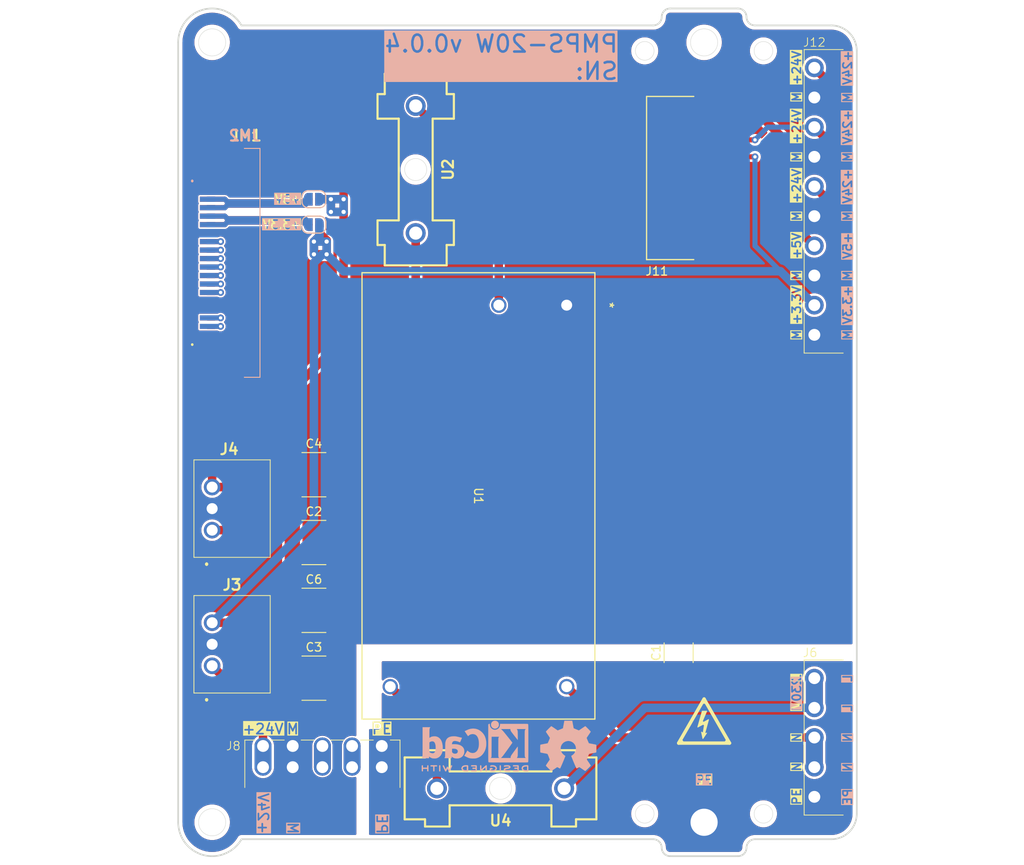
<source format=kicad_pcb>
(kicad_pcb (version 20241229) (generator "pcbnew") (generator_version "9.0")
  (title_block (title "${article} v${version}"))
  (layers (0 "F.Cu" signal) (2 "B.Cu" signal) (13 "F.Paste" user) (15 "B.Paste" user) (5 "F.SilkS" user "F.Silkscreen") (7 "B.SilkS" user "B.Silkscreen") (1 "F.Mask" user) (3 "B.Mask" user) (25 "Edge.Cuts" user))
  (property "article" "PMPS-20W")
  (property "version" "0.0.4")
  (net 0 "")
  (net 1 "Net-(U1-V+)")
  (net 2 "+5V")
  (net 3 "PE")
  (net 4 "230V")
  (net 5 "N")
  (net 6 "+24V")
  (net 7 "+3V3")
  (net 8 "GND_MCU")
  (net 9 "/SCL_MCU")
  (net 10 "/CS0_MCU")
  (net 11 "/SDA_MCU")
  (net 12 "/MOSI_MCU")
  (net 13 "/SCK_MCU")
  (net 14 "/CS1_MCU")
  (net 15 "/MISO_MCU")
  (net 16 "/CS3_MCU")
  (net 17 "/CS2_MCU")
  (net 18 "+5V-front")
  (net 19 "+5V-back")
  (net 20 "+3V3-front")
  (net 21 "+3V3-back")
  (net 22 "/B")
  (net 23 "/A")
  (net 31 "Net-(U1-AC{slash}L)")
  (footprint "kicad_inventree_lib:K7805-2000R3" (layer "F.Cu") (at 38.93 127.87 90)
    (property "Reference" "J3" (at 9.54 2.35 0) (layer "F.SilkS") (effects (font (size 1.27 1.27) (thickness 0.254))))
    (property "Value" "K7803-2000R3" (hide yes))
    (pad "1" thru_hole circle (at 0 0 90) (size 1.95 1.95) (drill 1.3) (layers "*.Cu" "*.Mask") (net 6 "+24V"))
    (pad "2" thru_hole circle (at 2.54 0 90) (size 1.95 1.95) (drill 1.3) (layers "*.Cu" "*.Mask") (net 8 "GND_MCU"))
    (pad "3" thru_hole circle (at 5.08 0 90) (size 1.95 1.95) (drill 1.3) (layers "*.Cu" "*.Mask") (net 7 "+3V3"))
  )
  (footprint "kicad_inventree_lib:SolderJumper-2_P1.3mm_Open_RoundedPad1.0x1.5mm" (layer "F.Cu") (at 50.93 75.83)
    (property "Reference" "JP3" (hide yes))
    (property "Value" "SolderJumper_2_Open")
    (pad "1" smd custom (at -0.65 0) (size 1 0.5) (layers "F.Cu" "F.Mask") (net 20 "+3V3-front") (options (clearance outline) (anchor rect)) (primitives (gr_circle (center 0 0.25) (end 0.5 0.25) (width 0) (fill yes)) (gr_circle (center 0 -0.25) (end 0.5 -0.25) (width 0) (fill yes)) (gr_poly (pts (xy 0.5 0.75) (xy 0 0.75) (xy 0 -0.75) (xy 0.5 -0.75)) (width 0) (fill yes))))
    (pad "2" smd custom (at 0.65 0) (size 1 0.5) (layers "F.Cu" "F.Mask") (net 7 "+3V3") (options (clearance outline) (anchor rect)) (primitives (gr_circle (center 0 0.25) (end 0.5 0.25) (width 0) (fill yes)) (gr_circle (center 0 -0.25) (end 0.5 -0.25) (width 0) (fill yes)) (gr_poly (pts (xy 0 0.75) (xy -0.5 0.75) (xy -0.5 -0.75) (xy 0 -0.75)) (width 0) (fill yes))))
  )
  (footprint "kicad_inventree_lib:SolderJumper-2_P1.3mm_Open_RoundedPad1.0x1.5mm" (layer "F.Cu") (at 50.93 72.83)
    (property "Reference" "JP1" (hide yes))
    (property "Value" "SolderJumper_2_Open")
    (pad "1" smd custom (at -0.65 0) (size 1 0.5) (layers "F.Cu" "F.Mask") (net 18 "+5V-front") (options (clearance outline) (anchor rect)) (primitives (gr_circle (center 0 0.25) (end 0.5 0.25) (width 0) (fill yes)) (gr_circle (center 0 -0.25) (end 0.5 -0.25) (width 0) (fill yes)) (gr_poly (pts (xy 0.5 0.75) (xy 0 0.75) (xy 0 -0.75) (xy 0.5 -0.75)) (width 0) (fill yes))))
    (pad "2" smd custom (at 0.65 0) (size 1 0.5) (layers "F.Cu" "F.Mask") (net 2 "+5V") (options (clearance outline) (anchor rect)) (primitives (gr_circle (center 0 0.25) (end 0.5 0.25) (width 0) (fill yes)) (gr_circle (center 0 -0.25) (end 0.5 -0.25) (width 0) (fill yes)) (gr_poly (pts (xy 0 0.75) (xy -0.5 0.75) (xy -0.5 -0.75) (xy 0 -0.75)) (width 0) (fill yes))))
  )
  (footprint "kicad_inventree_lib:15EDGRC-3.5-10P" (layer "F.Cu") (at 109.93 88.83 90)
    (property "Reference" "J12" (at 34.5 0 0) (layer "F.SilkS") (effects (font (thickness 0.1))))
    (property "Value" "15EDGRC-3.5-10P")
    (pad "1" thru_hole circle (at 0 0 90) (size 2.2 2.2) (drill 1.4) (layers "*.Cu" "*.Mask") (net 8 "GND_MCU"))
    (pad "2" thru_hole circle (at 3.5 0 90) (size 2.2 2.2) (drill 1.4) (layers "*.Cu" "*.Mask") (net 7 "+3V3"))
    (pad "3" thru_hole circle (at 7 0 90) (size 2.2 2.2) (drill 1.4) (layers "*.Cu" "*.Mask") (net 8 "GND_MCU"))
    (pad "4" thru_hole circle (at 10.5 0 90) (size 2.2 2.2) (drill 1.4) (layers "*.Cu" "*.Mask") (net 2 "+5V"))
    (pad "5" thru_hole circle (at 14 0 90) (size 2.2 2.2) (drill 1.4) (layers "*.Cu" "*.Mask") (net 8 "GND_MCU"))
    (pad "6" thru_hole circle (at 17.5 0 90) (size 2.2 2.2) (drill 1.4) (layers "*.Cu" "*.Mask") (net 6 "+24V"))
    (pad "7" thru_hole circle (at 21 0 90) (size 2.2 2.2) (drill 1.4) (layers "*.Cu" "*.Mask") (net 8 "GND_MCU"))
    (pad "8" thru_hole circle (at 24.5 0 90) (size 2.2 2.2) (drill 1.4) (layers "*.Cu" "*.Mask") (net 6 "+24V"))
    (pad "9" thru_hole circle (at 28 0 90) (size 2.2 2.2) (drill 1.4) (layers "*.Cu" "*.Mask") (net 8 "GND_MCU"))
    (pad "10" thru_hole circle (at 31.5 0 90) (size 2.2 2.2) (drill 1.4) (layers "*.Cu" "*.Mask") (net 6 "+24V"))
  )
  (footprint "kicad_inventree_lib:IRM-20-24_MWU" (layer "F.Cu") (at 80.729999 85.329988 -90)
    (property "Reference" "U1" (at 22.500006 10.401698 270) (layer "F.SilkS"))
    (property "Value" "IRM-20-24")
    (fp_text user "*" (at 0 -5 270) (layer "F.SilkS"))
    (pad "1" thru_hole circle (at 0 0 270) (size 1.8034 1.8034) (drill 1.2954) (layers "*.Cu" "*.Mask") (net 8 "GND_MCU"))
    (pad "2" thru_hole circle (at 0 7.999999 270) (size 1.8034 1.8034) (drill 1.2954) (layers "*.Cu" "*.Mask") (net 1 "Net-(U1-V+)"))
    (pad "3" thru_hole circle (at 45.000012 20.799999 270) (size 1.8034 1.8034) (drill 1.2954) (layers "*.Cu" "*.Mask") (net 31 "Net-(U1-AC{slash}L)"))
    (pad "4" thru_hole circle (at 45.000012 0 270) (size 1.8034 1.8034) (drill 1.2954) (layers "*.Cu" "*.Mask") (net 5 "N"))
  )
  (footprint "Capacitor_SMD:C_2220_5750Metric" (layer "F.Cu") (at 50.93 129.33)
    (property "Reference" "C3" (at 0 -3.65 0) (layer "F.SilkS"))
    (property "Value" "22uF")
    (pad "1" smd roundrect (at -2.55 0) (size 1.8 5.4) (layers "F.Cu" "F.Mask" "F.Paste") (roundrect_rratio 0.138889) (net 6 "+24V"))
    (pad "2" smd roundrect (at 2.55 0) (size 1.8 5.4) (layers "F.Cu" "F.Mask" "F.Paste") (roundrect_rratio 0.138889) (net 8 "GND_MCU"))
  )
  (footprint "kicad_inventree_lib:MountingHole_M3" (layer "F.Cu") (at 38.93 54.330001)
    (property "Reference" "H1" (hide yes))
    (property "Value" "MountingHole_M3")
    (fp_circle (center 0 0) (end 1.6 0) (stroke (width 0.05)) (fill no) (layer "Edge.Cuts"))
  )
  (footprint "Capacitor_SMD:C_2220_5750Metric" (layer "F.Cu") (at 50.93 105.33)
    (property "Reference" "C4" (at 0 -3.65 0) (layer "F.SilkS"))
    (property "Value" "22uF")
    (pad "1" smd roundrect (at -2.55 0) (size 1.8 5.4) (layers "F.Cu" "F.Mask" "F.Paste") (roundrect_rratio 0.138889) (net 2 "+5V"))
    (pad "2" smd roundrect (at 2.55 0) (size 1.8 5.4) (layers "F.Cu" "F.Mask" "F.Paste") (roundrect_rratio 0.138889) (net 8 "GND_MCU"))
  )
  (footprint "kicad_inventree_lib:15EDGRC-3.5-05P" (layer "F.Cu") (at 109.93 143.33 90)
    (property "Reference" "J6" (at 17 -0.5 0) (layer "F.SilkS") (effects (font (thickness 0.1))))
    (property "Value" "15EDGRC-3.5-05P")
    (pad "1" thru_hole circle (at 0 0 90) (size 2.2 2.2) (drill 1.4) (layers "*.Cu" "*.Mask") (net 3 "PE"))
    (pad "2" thru_hole circle (at 3.5 0 90) (size 2.2 2.2) (drill 1.4) (layers "*.Cu" "*.Mask") (net 5 "N"))
    (pad "3" thru_hole circle (at 7 0 90) (size 2.2 2.2) (drill 1.4) (layers "*.Cu" "*.Mask") (net 5 "N"))
    (pad "4" thru_hole circle (at 10.5 0 90) (size 2.2 2.2) (drill 1.4) (layers "*.Cu" "*.Mask") (net 4 "230V"))
    (pad "5" thru_hole circle (at 14 0 90) (size 2.2 2.2) (drill 1.4) (layers "*.Cu" "*.Mask") (net 4 "230V"))
  )
  (footprint "Capacitor_SMD:C_1812_4532Metric_Pad1.57x3.40mm_HandSolder" (layer "F.Cu") (at 93.93 126.33 90)
    (property "Reference" "C1" (at 0 -2.65 90) (layer "F.SilkS"))
    (property "Value" "4.7nF 2kV")
    (pad "1" smd roundrect (at -2.1375 0 90) (size 1.575 3.4) (layers "F.Cu" "F.Mask" "F.Paste") (roundrect_rratio 0.15873) (net 3 "PE"))
    (pad "2" smd roundrect (at 2.1375 0 90) (size 1.575 3.4) (layers "F.Cu" "F.Mask" "F.Paste") (roundrect_rratio 0.15873) (net 8 "GND_MCU"))
  )
  (footprint "kicad_inventree_lib:MountingHole_M3" (layer "F.Cu") (at 96.93 54.33)
    (property "Reference" "H2" (hide yes))
    (property "Value" "MountingHole_M3")
    (fp_circle (center 0 0) (end 1.6 0) (stroke (width 0.05)) (fill no) (layer "Edge.Cuts"))
  )
  (footprint "kicad_inventree_lib:649-Series-Holder" (layer "F.Cu") (at 72.93 142.33 180)
    (property "Reference" "U4" (at 0 -3.81 180) (layer "F.SilkS") (effects (font (size 1.27 1.27) (thickness 0.254))))
    (property "Value" "64900001039" (hide yes))
    (fp_circle (center 0 0) (end 1.3 0) (stroke (width 0.05)) (fill no) (layer "Edge.Cuts"))
    (pad "1" thru_hole circle (at -7.5 0 180) (size 2.35 2.35) (drill 1.55) (layers "*.Cu" "*.Mask") (net 4 "230V"))
    (pad "2" thru_hole circle (at 7.5 0 180) (size 2.35 2.35) (drill 1.55) (layers "*.Cu" "*.Mask") (net 31 "Net-(U1-AC{slash}L)"))
  )
  (footprint "kicad_inventree_lib:MountingHole_M3" (layer "F.Cu") (at 38.93 146.33)
    (property "Reference" "H3" (hide yes))
    (property "Value" "MountingHole_M3")
    (fp_circle (center 0 0) (end 1.6 0) (stroke (width 0.05)) (fill no) (layer "Edge.Cuts"))
  )
  (footprint "kicad_inventree_lib:15EDGRHC-THR-3.5-10P" (layer "F.Cu") (at 51.93 137.33)
    (property "Reference" "J8" (at -10.5 0 0) (layer "F.SilkS") (effects (font (thickness 0.1))))
    (property "Value" "15EDGRHC-THR-3.5-10P")
    (pad "1" thru_hole circle (at -7 0) (size 2 2) (drill 1.4) (layers "*.Cu" "*.Mask") (net 6 "+24V"))
    (pad "2" thru_hole circle (at -3.5 0) (size 2 2) (drill 1.4) (layers "*.Cu" "*.Mask") (net 8 "GND_MCU"))
    (pad "3" thru_hole circle (at 0 0) (size 2 2) (drill 1.4) (layers "*.Cu" "*.Mask") (net 23 "/A"))
    (pad "4" thru_hole circle (at 3.5 0) (size 2 2) (drill 1.4) (layers "*.Cu" "*.Mask") (net 22 "/B"))
    (pad "5" thru_hole circle (at 7 0) (size 2 2) (drill 1.4) (layers "*.Cu" "*.Mask") (net 3 "PE"))
    (pad "6" thru_hole circle (at -7 2.5) (size 2 2) (drill 1.4) (layers "*.Cu" "*.Mask") (net 6 "+24V"))
    (pad "7" thru_hole circle (at -3.5 2.5) (size 2 2) (drill 1.4) (layers "*.Cu" "*.Mask") (net 8 "GND_MCU"))
    (pad "8" thru_hole circle (at 0 2.5) (size 2 2) (drill 1.4) (layers "*.Cu" "*.Mask") (net 23 "/A"))
    (pad "9" thru_hole circle (at 3.5 2.5) (size 2 2) (drill 1.4) (layers "*.Cu" "*.Mask") (net 22 "/B"))
    (pad "10" thru_hole circle (at 7 2.5) (size 2 2) (drill 1.4) (layers "*.Cu" "*.Mask") (net 3 "PE"))
  )
  (footprint "kicad_inventree_lib:symbol_high_voltage" (layer "F.Cu") (at 96.93 134.33)
    (property "Reference" "REF**" (hide yes))
    (property "Value" "symbol_high_voltage")
  )
  (footprint "kicad_inventree_lib:CONN10_AFA07-S12_JUS" (layer "F.Cu") (at 92.93 70.33 -90)
    (property "Reference" "J11" (at 11 3 0) (layer "F.SilkS") (effects (justify left)))
    (property "Value" "AFA07-S12FCC-00")
    (pad "1" smd rect (at -5.499992 -3.556 270) (size 0.635 1.8034) (layers "F.Cu" "F.Mask" "F.Paste") (net 8 "GND_MCU"))
    (pad "2" smd rect (at -4.499994 -3.556 270) (size 0.635 1.8034) (layers "F.Cu" "F.Mask" "F.Paste") (net 6 "+24V"))
    (pad "3" smd rect (at -3.499996 -3.556 270) (size 0.635 1.8034) (layers "F.Cu" "F.Mask" "F.Paste") (net 2 "+5V"))
    (pad "4" smd rect (at -2.499998 -3.556 270) (size 0.635 1.8034) (layers "F.Cu" "F.Mask" "F.Paste") (net 7 "+3V3"))
    (pad "5" smd rect (at -1.5 -3.556 270) (size 0.635 1.8034) (layers "F.Cu" "F.Mask" "F.Paste"))
    (pad "6" smd rect (at -0.5 -3.556 270) (size 0.635 1.8034) (layers "F.Cu" "F.Mask" "F.Paste"))
    (pad "7" smd rect (at 0.5 -3.556 270) (size 0.635 1.8034) (layers "F.Cu" "F.Mask" "F.Paste"))
    (pad "8" smd rect (at 1.5 -3.556 270) (size 0.635 1.8034) (layers "F.Cu" "F.Mask" "F.Paste"))
    (pad "9" smd rect (at 2.499998 -3.556 270) (size 0.635 1.8034) (layers "F.Cu" "F.Mask" "F.Paste"))
    (pad "10" smd rect (at 3.499996 -3.556 270) (size 0.635 1.8034) (layers "F.Cu" "F.Mask" "F.Paste"))
    (pad "11" smd rect (at 4.499994 -3.556 270) (size 0.635 1.8034) (layers "F.Cu" "F.Mask" "F.Paste"))
    (pad "12" smd rect (at 5.499992 -3.556 270) (size 0.635 1.8034) (layers "F.Cu" "F.Mask" "F.Paste") (net 8 "GND_MCU"))
    (pad "13" smd rect (at -7.850003 -1.385999 270) (size 2.5908 2.9972) (layers "F.Cu" "F.Mask" "F.Paste") (net 8 "GND_MCU"))
    (pad "13" smd rect (at 7.850003 -1.385999 270) (size 2.5908 2.9972) (layers "F.Cu" "F.Mask" "F.Paste") (net 8 "GND_MCU"))
  )
  (footprint "Capacitor_SMD:C_2220_5750Metric" (layer "F.Cu") (at 50.93 121.33)
    (property "Reference" "C6" (at 0 -3.65 0) (layer "F.SilkS"))
    (property "Value" "22uF")
    (pad "1" smd roundrect (at -2.55 0) (size 1.8 5.4) (layers "F.Cu" "F.Mask" "F.Paste") (roundrect_rratio 0.138889) (net 7 "+3V3"))
    (pad "2" smd roundrect (at 2.55 0) (size 1.8 5.4) (layers "F.Cu" "F.Mask" "F.Paste") (roundrect_rratio 0.138889) (net 8 "GND_MCU"))
  )
  (footprint "kicad_inventree_lib:AFA07S20FCA00" (layer "F.Cu") (at 41.93 80.33 90)
    (property "Reference" "JM1" (at 15 1 0) (layer "F.SilkS") (effects (font (size 1.27 1.27) (thickness 0.254))))
    (property "Value" "AFA07-S20FCC-00" (hide yes))
    (pad "1" smd rect (at -9.5 -3.546 90) (size 0.6 1.8) (layers "F.Cu" "F.Mask" "F.Paste") (net 8 "GND_MCU"))
    (pad "2" smd rect (at -8.5 -3.546 90) (size 0.6 1.8) (layers "F.Cu" "F.Mask" "F.Paste") (net 8 "GND_MCU"))
    (pad "3" smd rect (at -7.5 -3.546 90) (size 0.6 1.8) (layers "F.Cu" "F.Mask" "F.Paste") (net 9 "/SCL_MCU"))
    (pad "4" smd rect (at -6.5 -3.546 90) (size 0.6 1.8) (layers "F.Cu" "F.Mask" "F.Paste") (net 11 "/SDA_MCU"))
    (pad "5" smd rect (at -5.5 -3.546 90) (size 0.6 1.8) (layers "F.Cu" "F.Mask" "F.Paste") (net 8 "GND_MCU"))
    (pad "6" smd rect (at -4.5 -3.546 90) (size 0.6 1.8) (layers "F.Cu" "F.Mask" "F.Paste") (net 8 "GND_MCU"))
    (pad "7" smd rect (at -3.5 -3.546 90) (size 0.6 1.8) (layers "F.Cu" "F.Mask" "F.Paste") (net 16 "/CS3_MCU"))
    (pad "8" smd rect (at -2.5 -3.546 90) (size 0.6 1.8) (layers "F.Cu" "F.Mask" "F.Paste") (net 17 "/CS2_MCU"))
    (pad "9" smd rect (at -1.5 -3.546 90) (size 0.6 1.8) (layers "F.Cu" "F.Mask" "F.Paste") (net 14 "/CS1_MCU"))
    (pad "10" smd rect (at -0.5 -3.546 90) (size 0.6 1.8) (layers "F.Cu" "F.Mask" "F.Paste") (net 10 "/CS0_MCU"))
    (pad "11" smd rect (at 0.5 -3.546 90) (size 0.6 1.8) (layers "F.Cu" "F.Mask" "F.Paste") (net 13 "/SCK_MCU"))
    (pad "12" smd rect (at 1.5 -3.546 90) (size 0.6 1.8) (layers "F.Cu" "F.Mask" "F.Paste") (net 15 "/MISO_MCU"))
    (pad "13" smd rect (at 2.5 -3.546 90) (size 0.6 1.8) (layers "F.Cu" "F.Mask" "F.Paste") (net 12 "/MOSI_MCU"))
    (pad "14" smd rect (at 3.5 -3.546 90) (size 0.6 1.8) (layers "F.Cu" "F.Mask" "F.Paste") (net 8 "GND_MCU"))
    (pad "15" smd rect (at 4.5 -3.546 90) (size 0.6 1.8) (layers "F.Cu" "F.Mask" "F.Paste") (net 20 "+3V3-front"))
    (pad "16" smd rect (at 5.5 -3.546 90) (size 0.6 1.8) (layers "F.Cu" "F.Mask" "F.Paste") (net 20 "+3V3-front"))
    (pad "17" smd rect (at 6.5 -3.546 90) (size 0.6 1.8) (layers "F.Cu" "F.Mask" "F.Paste") (net 18 "+5V-front"))
    (pad "18" smd rect (at 7.5 -3.546 90) (size 0.6 1.8) (layers "F.Cu" "F.Mask" "F.Paste") (net 18 "+5V-front"))
    (pad "19" smd rect (at 8.5 -3.546 90) (size 0.6 1.8) (layers "F.Cu" "F.Mask" "F.Paste") (net 8 "GND_MCU"))
    (pad "20" smd rect (at 9.5 -3.546 90) (size 0.6 1.8) (layers "F.Cu" "F.Mask" "F.Paste") (net 8 "GND_MCU"))
    (pad "MP1" smd rect (at -11.85 -1.375 90) (size 2.6 3) (layers "F.Cu" "F.Mask" "F.Paste") (net 8 "GND_MCU"))
    (pad "MP2" smd rect (at 11.85 -1.375 90) (size 2.6 3) (layers "F.Cu" "F.Mask" "F.Paste") (net 8 "GND_MCU"))
  )
  (footprint "kicad_inventree_lib:649-Series-Holder" (layer "F.Cu") (at 62.93 69.33 -90)
    (property "Reference" "U2" (at 0 -3.81 90) (layer "F.SilkS") (effects (font (size 1.27 1.27) (thickness 0.254))))
    (property "Value" "64900001039" (hide yes))
    (fp_circle (center 0 0) (end 1.3 0) (stroke (width 0.05)) (fill no) (layer "Edge.Cuts"))
    (pad "1" thru_hole circle (at -7.5 0 270) (size 2.35 2.35) (drill 1.55) (layers "*.Cu" "*.Mask") (net 1 "Net-(U1-V+)"))
    (pad "2" thru_hole circle (at 7.5 0 270) (size 2.35 2.35) (drill 1.55) (layers "*.Cu" "*.Mask") (net 6 "+24V"))
  )
  (footprint "kicad_inventree_lib:PE" (layer "F.Cu") (at 96.93 146.33)
    (property "Reference" "PE1" (hide yes))
    (property "Value" "PE")
    (pad "1" thru_hole oval (at 0 0) (size 6.35 6.35) (drill 3.2) (layers "*.Cu" "*.Mask") (net 3 "PE"))
  )
  (footprint "Capacitor_SMD:C_2220_5750Metric" (layer "F.Cu") (at 50.93 113.33)
    (property "Reference" "C2" (at 0 -3.65 0) (layer "F.SilkS"))
    (property "Value" "22uF")
    (pad "1" smd roundrect (at -2.55 0) (size 1.8 5.4) (layers "F.Cu" "F.Mask" "F.Paste") (roundrect_rratio 0.138889) (net 6 "+24V"))
    (pad "2" smd roundrect (at 2.55 0) (size 1.8 5.4) (layers "F.Cu" "F.Mask" "F.Paste") (roundrect_rratio 0.138889) (net 8 "GND_MCU"))
  )
  (footprint "kicad_inventree_lib:K7805-2000R3" (layer "F.Cu") (at 38.93 111.87 90)
    (property "Reference" "J4" (at 9.54 2 180) (layer "F.SilkS") (effects (font (size 1.27 1.27) (thickness 0.254))))
    (property "Value" "K7805-2000R3" (hide yes))
    (pad "1" thru_hole circle (at 0 0 90) (size 1.95 1.95) (drill 1.3) (layers "*.Cu" "*.Mask") (net 6 "+24V"))
    (pad "2" thru_hole circle (at 2.54 0 90) (size 1.95 1.95) (drill 1.3) (layers "*.Cu" "*.Mask") (net 8 "GND_MCU"))
    (pad "3" thru_hole circle (at 5.08 0 90) (size 1.95 1.95) (drill 1.3) (layers "*.Cu" "*.Mask") (net 2 "+5V"))
  )
  (footprint "kicad_inventree_lib:PM_LED-xx-v0.0.1" (layer "F.Cu") (at 99.93 100.33)
    (property "Reference" "SP1" (hide yes))
    (property "Value" "~")
    (fp_circle (center -10 -45) (end -8.9 -45) (stroke (width 0.05)) (fill no) (layer "Edge.Cuts"))
    (fp_circle (center -10 45) (end -8.9 45) (stroke (width 0.05)) (fill no) (layer "Edge.Cuts"))
    (fp_circle (center 4 -45) (end 5.1 -45) (stroke (width 0.05)) (fill no) (layer "Edge.Cuts"))
    (fp_circle (center 4 45) (end 5.1 45) (stroke (width 0.05)) (fill no) (layer "Edge.Cuts"))
  )
  (footprint "Symbol:KiCad-Logo2_5mm_SilkScreen" (layer "B.Cu") (at 69.93 137.33 180)
    (property "Reference" "kicad_logo" (hide yes))
    (property "Value" "KiCad-Logo2_5mm_SilkScreen" (hide yes))
  )
  (footprint "kicad_inventree_lib:SolderJumper-2_P1.3mm_Open_RoundedPad1.0x1.5mm" (layer "B.Cu") (at 50.93 72.83 180)
    (property "Reference" "JP2" (hide yes))
    (property "Value" "SolderJumper_2_Open")
    (pad "1" smd custom (at -0.65 0 180) (size 1 0.5) (layers "B.Cu" "B.Mask") (net 2 "+5V") (options (clearance outline) (anchor rect)) (primitives (gr_circle (center 0 -0.25) (end 0.5 -0.25) (width 0) (fill yes)) (gr_circle (center 0 0.25) (end 0.5 0.25) (width 0) (fill yes)) (gr_poly (pts (xy 0.5 -0.75) (xy 0 -0.75) (xy 0 0.75) (xy 0.5 0.75)) (width 0) (fill yes))))
    (pad "2" smd custom (at 0.65 0 180) (size 1 0.5) (layers "B.Cu" "B.Mask") (net 19 "+5V-back") (options (clearance outline) (anchor rect)) (primitives (gr_circle (center 0 -0.25) (end 0.5 -0.25) (width 0) (fill yes)) (gr_circle (center 0 0.25) (end 0.5 0.25) (width 0) (fill yes)) (gr_poly (pts (xy 0 -0.75) (xy -0.5 -0.75) (xy -0.5 0.75) (xy 0 0.75)) (width 0) (fill yes))))
  )
  (footprint "kicad_inventree_lib:AFA07S20FCA00" (layer "B.Cu") (at 41.93 80.33 -90)
    (property "Reference" "JM2" (at -15 -0.802 180) (layer "B.SilkS") (effects (font (size 1.27 1.27) (thickness 0.254)) (justify mirror)))
    (property "Value" "AFA07-S20FCC-00" (hide yes))
    (pad "1" smd rect (at -9.5 3.546 270) (size 0.6 1.8) (layers "B.Cu" "B.Mask" "B.Paste") (net 8 "GND_MCU"))
    (pad "2" smd rect (at -8.5 3.546 270) (size 0.6 1.8) (layers "B.Cu" "B.Mask" "B.Paste") (net 8 "GND_MCU"))
    (pad "3" smd rect (at -7.5 3.546 270) (size 0.6 1.8) (layers "B.Cu" "B.Mask" "B.Paste") (net 19 "+5V-back"))
    (pad "4" smd rect (at -6.5 3.546 270) (size 0.6 1.8) (layers "B.Cu" "B.Mask" "B.Paste") (net 19 "+5V-back"))
    (pad "5" smd rect (at -5.5 3.546 270) (size 0.6 1.8) (layers "B.Cu" "B.Mask" "B.Paste") (net 21 "+3V3-back"))
    (pad "6" smd rect (at -4.5 3.546 270) (size 0.6 1.8) (layers "B.Cu" "B.Mask" "B.Paste") (net 21 "+3V3-back"))
    (pad "7" smd rect (at -3.5 3.546 270) (size 0.6 1.8) (layers "B.Cu" "B.Mask" "B.Paste") (net 8 "GND_MCU"))
    (pad "8" smd rect (at -2.5 3.546 270) (size 0.6 1.8) (layers "B.Cu" "B.Mask" "B.Paste") (net 12 "/MOSI_MCU"))
    (pad "9" smd rect (at -1.5 3.546 270) (size 0.6 1.8) (layers "B.Cu" "B.Mask" "B.Paste") (net 15 "/MISO_MCU"))
    (pad "10" smd rect (at -0.5 3.546 270) (size 0.6 1.8) (layers "B.Cu" "B.Mask" "B.Paste") (net 13 "/SCK_MCU"))
    (pad "11" smd rect (at 0.5 3.546 270) (size 0.6 1.8) (layers "B.Cu" "B.Mask" "B.Paste") (net 10 "/CS0_MCU"))
    (pad "12" smd rect (at 1.5 3.546 270) (size 0.6 1.8) (layers "B.Cu" "B.Mask" "B.Paste") (net 14 "/CS1_MCU"))
    (pad "13" smd rect (at 2.5 3.546 270) (size 0.6 1.8) (layers "B.Cu" "B.Mask" "B.Paste") (net 17 "/CS2_MCU"))
    (pad "14" smd rect (at 3.5 3.546 270) (size 0.6 1.8) (layers "B.Cu" "B.Mask" "B.Paste") (net 16 "/CS3_MCU"))
    (pad "15" smd rect (at 4.5 3.546 270) (size 0.6 1.8) (layers "B.Cu" "B.Mask" "B.Paste") (net 8 "GND_MCU"))
    (pad "16" smd rect (at 5.5 3.546 270) (size 0.6 1.8) (layers "B.Cu" "B.Mask" "B.Paste") (net 8 "GND_MCU"))
    (pad "17" smd rect (at 6.5 3.546 270) (size 0.6 1.8) (layers "B.Cu" "B.Mask" "B.Paste") (net 11 "/SDA_MCU"))
    (pad "18" smd rect (at 7.5 3.546 270) (size 0.6 1.8) (layers "B.Cu" "B.Mask" "B.Paste") (net 9 "/SCL_MCU"))
    (pad "19" smd rect (at 8.5 3.546 270) (size 0.6 1.8) (layers "B.Cu" "B.Mask" "B.Paste") (net 8 "GND_MCU"))
    (pad "20" smd rect (at 9.5 3.546 270) (size 0.6 1.8) (layers "B.Cu" "B.Mask" "B.Paste") (net 8 "GND_MCU"))
    (pad "MP1" smd rect (at -11.85 1.375 270) (size 2.6 3) (layers "B.Cu" "B.Mask" "B.Paste") (net 8 "GND_MCU"))
    (pad "MP2" smd rect (at 11.85 1.375 270) (size 2.6 3) (layers "B.Cu" "B.Mask" "B.Paste") (net 8 "GND_MCU"))
  )
  (footprint "Symbol:OSHW-Symbol_6.7x6mm_SilkScreen" (layer "B.Cu") (at 80.93 137.33 180)
    (property "Reference" "oshw_logo" (hide yes))
    (property "Value" "OSHW-Symbol_6.7x6mm_SilkScreen" (hide yes))
  )
  (footprint "kicad_inventree_lib:SolderJumper-2_P1.3mm_Open_RoundedPad1.0x1.5mm" (layer "B.Cu") (at 50.93 75.83 180)
    (property "Reference" "JP4" (hide yes))
    (property "Value" "SolderJumper_2_Open")
    (pad "1" smd custom (at -0.65 0 180) (size 1 0.5) (layers "B.Cu" "B.Mask") (net 7 "+3V3") (options (clearance outline) (anchor rect)) (primitives (gr_circle (center 0 -0.25) (end 0.5 -0.25) (width 0) (fill yes)) (gr_circle (center 0 0.25) (end 0.5 0.25) (width 0) (fill yes)) (gr_poly (pts (xy 0.5 -0.75) (xy 0 -0.75) (xy 0 0.75) (xy 0.5 0.75)) (width 0) (fill yes))))
    (pad "2" smd custom (at 0.65 0 180) (size 1 0.5) (layers "B.Cu" "B.Mask") (net 21 "+3V3-back") (options (clearance outline) (anchor rect)) (primitives (gr_circle (center 0 -0.25) (end 0.5 -0.25) (width 0) (fill yes)) (gr_circle (center 0 0.25) (end 0.5 0.25) (width 0) (fill yes)) (gr_poly (pts (xy 0 -0.75) (xy -0.5 -0.75) (xy -0.5 0.75) (xy 0 0.75)) (width 0) (fill yes))))
  )
  (gr_arc (start 114.93 145.33) (mid 114.05132 147.45132) (end 111.93 148.33) (stroke (width 0.2)) (layer "Edge.Cuts"))
  (gr_arc (start 111.93 52.33) (mid 114.05132 53.20868) (end 114.93 55.33) (stroke (width 0.2)) (layer "Edge.Cuts"))
  (gr_arc (start 92.93 150.33) (mid 92.222893 150.037107) (end 91.93 149.33) (stroke (width 0.2)) (layer "Edge.Cuts"))
  (gr_line (start 102.93 52.33) (end 111.93 52.33) (stroke (width 0.2)) (layer "Edge.Cuts"))
  (gr_line (start 90.93 148.33) (end 42.394101 148.33) (stroke (width 0.2)) (layer "Edge.Cuts"))
  (gr_line (start 42.394101 52.33) (end 90.93 52.33) (stroke (width 0.2)) (layer "Edge.Cuts"))
  (gr_line (start 92.93 150.33) (end 100.93 150.33) (stroke (width 0.2)) (layer "Edge.Cuts"))
  (gr_line (start 34.93 146.33) (end 34.93 54.33) (stroke (width 0.2)) (layer "Edge.Cuts"))
  (gr_arc (start 101.93 149.33) (mid 102.222893 148.622893) (end 102.93 148.33) (stroke (width 0.2)) (layer "Edge.Cuts"))
  (gr_line (start 102.93 148.33) (end 111.93 148.33) (stroke (width 0.2)) (layer "Edge.Cuts"))
  (gr_arc (start 90.93 148.33) (mid 91.637107 148.622893) (end 91.93 149.33) (stroke (width 0.2)) (layer "Edge.Cuts"))
  (gr_line (start 100.93 50.33) (end 92.93 50.33) (stroke (width 0.2)) (layer "Edge.Cuts"))
  (gr_arc (start 101.93 149.33) (mid 101.637107 150.037107) (end 100.93 150.33) (stroke (width 0.2)) (layer "Edge.Cuts"))
  (gr_arc (start 91.93 51.33) (mid 91.637107 52.037107) (end 90.93 52.33) (stroke (width 0.2)) (layer "Edge.Cuts"))
  (gr_arc (start 91.93 51.33) (mid 92.222893 50.622893) (end 92.93 50.33) (stroke (width 0.2)) (layer "Edge.Cuts"))
  (gr_arc (start 42.394101 148.33) (mid 37.894724 150.193703) (end 34.93 146.33) (stroke (width 0.2)) (layer "Edge.Cuts"))
  (gr_arc (start 34.930001 54.33) (mid 37.894724 50.466298) (end 42.394101 52.33) (stroke (width 0.2)) (layer "Edge.Cuts"))
  (gr_arc (start 102.93 52.33) (mid 102.222893 52.037107) (end 101.93 51.33) (stroke (width 0.2)) (layer "Edge.Cuts"))
  (gr_line (start 114.93 55.33) (end 114.93 145.33) (stroke (width 0.2)) (layer "Edge.Cuts"))
  (gr_arc (start 100.93 50.33) (mid 101.637107 50.622893) (end 101.93 51.33) (stroke (width 0.2)) (layer "Edge.Cuts"))
  (gr_text "+24V" (at 44.93 135.33 0) (layer "F.SilkS" knockout) (effects (font (size 1.2 1.2) (thickness 0.2) (bold yes))))
  (gr_text "+5V" (at 108.43 78.33 90) (layer "F.SilkS" knockout) (effects (font (size 1 1) (thickness 0.2) (bold yes)) (justify bottom)))
  (gr_text "M" (at 108.43 67.83 90) (layer "F.SilkS" knockout) (effects (font (size 1 1) (thickness 0.2) (bold yes)) (justify bottom)))
  (gr_text "M" (at 48.43 135.33 0) (layer "F.SilkS" knockout) (effects (font (size 1.2 1.2) (thickness 0.2) (bold yes))))
  (gr_text "M" (at 108.43 60.758572 90) (layer "F.SilkS" knockout) (effects (font (size 1 1) (thickness 0.2) (bold yes)) (justify bottom)))
  (gr_text "N" (at 108.43 136.33 90) (layer "F.SilkS" knockout) (effects (font (size 1 1) (thickness 0.2) (bold yes)) (justify bottom)))
  (gr_text "PE" (at 108.43 143.33 90) (layer "F.SilkS" knockout) (effects (font (size 1 1) (thickness 0.2) (bold yes)) (justify bottom)))
  (gr_text "+3.3V" (at 49.43 75.83 0) (layer "F.SilkS" knockout) (effects (font (size 1 1) (thickness 0.2) (bold yes)) (justify right)))
  (gr_text "+24V" (at 108.43 57.33 90) (layer "F.SilkS" knockout) (effects (font (size 1 1) (thickness 0.2) (bold yes)) (justify bottom)))
  (gr_text "L" (at 108.43 132.83 90) (layer "F.SilkS" knockout) (effects (font (size 1 1) (thickness 0.2) (bold yes)) (justify bottom)))
  (gr_text "M" (at 108.43 74.83 90) (layer "F.SilkS" knockout) (effects (font (size 1 1) (thickness 0.2) (bold yes)) (justify bottom)))
  (gr_text "+24V" (at 108.43 71.258572 90) (layer "F.SilkS" knockout) (effects (font (size 1 1) (thickness 0.2) (bold yes)) (justify bottom)))
  (gr_text "+3.3V" (at 108.43 85.33 90) (layer "F.SilkS" knockout) (effects (font (size 1 1) (thickness 0.2) (bold yes)) (justify bottom)))
  (gr_text "+24V" (at 108.43 64.258572 90) (layer "F.SilkS" knockout) (effects (font (size 1 1) (thickness 0.2) (bold yes)) (justify bottom)))
  (gr_text "+5V" (at 49.43 72.83 0) (layer "F.SilkS" knockout) (effects (font (size 1 1) (thickness 0.2) (bold yes)) (justify right)))
  (gr_text "PE" (at 96.93 141.33 0) (layer "F.SilkS" knockout) (effects (font (size 1 1) (thickness 0.2) (bold yes))))
  (gr_text "M" (at 108.43 88.83 90) (layer "F.SilkS" knockout) (effects (font (size 1 1) (thickness 0.2) (bold yes)) (justify bottom)))
  (gr_text "PE" (at 58.93 135.33 0) (layer "F.SilkS" knockout) (effects (font (size 1.2 1.2) (thickness 0.2) (bold yes))))
  (gr_text "N" (at 108.43 139.782382 90) (layer "F.SilkS" knockout) (effects (font (size 1 1) (thickness 0.2) (bold yes)) (justify bottom)))
  (gr_text "L" (at 108.43 129.33 90) (layer "F.SilkS" knockout) (effects (font (size 1 1) (thickness 0.2) (bold yes)) (justify bottom)))
  (gr_text "M" (at 108.43 81.83 90) (layer "F.SilkS" knockout) (effects (font (size 1 1) (thickness 0.2) (bold yes)) (justify bottom)))
  (gr_text "M" (at 48.43 147.83 270) (layer "B.SilkS" knockout) (effects (font (size 1.2 1.2) (thickness 0.2) (bold yes)) (justify left mirror)))
  (gr_text "M" (at 114.43 74.83 90) (layer "B.SilkS" knockout) (effects (font (size 1 1) (thickness 0.2) (bold yes)) (justify bottom mirror)))
  (gr_text "M" (at 114.43 67.83 90) (layer "B.SilkS" knockout) (effects (font (size 1 1) (thickness 0.2) (bold yes)) (justify bottom mirror)))
  (gr_text "N" (at 114.43 136.33 90) (layer "B.SilkS" knockout) (effects (font (size 1 1) (thickness 0.2) (bold yes)) (justify bottom mirror)))
  (gr_text "${article} v${version}\nSN:" (at 86.93 53.33 0) (layer "B.SilkS" knockout) (effects (font (size 2 2) (thickness 0.3)) (justify left top mirror)))
  (gr_text "+24V" (at 114.43 64.33 90) (layer "B.SilkS" knockout) (effects (font (size 1 1) (thickness 0.2) (bold yes)) (justify bottom mirror)))
  (gr_text "+3.3V" (at 114.43 85.33 90) (layer "B.SilkS" knockout) (effects (font (size 1 1) (thickness 0.2) (bold yes)) (justify bottom mirror)))
  (gr_text "+5V" (at 49.53 72.83 0) (layer "B.SilkS" knockout) (effects (font (size 1 1) (thickness 0.2) (bold yes)) (justify left mirror)))
  (gr_text "PE" (at 58.93 147.83 270) (layer "B.SilkS" knockout) (effects (font (size 1.2 1.2) (thickness 0.2) (bold yes)) (justify left mirror)))
  (gr_text "L" (at 114.43 132.83 90) (layer "B.SilkS" knockout) (effects (font (size 1 1) (thickness 0.2) (bold yes)) (justify bottom mirror)))
  (gr_text "N" (at 114.43 139.83 90) (layer "B.SilkS" knockout) (effects (font (size 1 1) (thickness 0.2) (bold yes)) (justify bottom mirror)))
  (gr_text "PE" (at 96.93 141.33 -0) (layer "B.SilkS" knockout) (effects (font (size 1 1) (thickness 0.2) (bold yes)) (justify mirror)))
  (gr_text "+24V" (at 114.43 71.33 90) (layer "B.SilkS" knockout) (effects (font (size 1 1) (thickness 0.2) (bold yes)) (justify bottom mirror)))
  (gr_text "M" (at 114.43 81.83 90) (layer "B.SilkS" knockout) (effects (font (size 1 1) (thickness 0.2) (bold yes)) (justify bottom mirror)))
  (gr_text "+24V" (at 114.43 57.33 90) (layer "B.SilkS" knockout) (effects (font (size 1 1) (thickness 0.2) (bold yes)) (justify bottom mirror)))
  (gr_text "230V" (at 108.43 131.08 90) (layer "B.SilkS" knockout) (effects (font (size 1 1) (thickness 0.2) (bold yes)) (justify bottom mirror)))
  (gr_text "PE" (at 114.43 143.33 90) (layer "B.SilkS" knockout) (effects (font (size 1 1) (thickness 0.2) (bold yes)) (justify bottom mirror)))
  (gr_text "+24V" (at 44.93 147.83 270) (layer "B.SilkS" knockout) (effects (font (size 1.2 1.2) (thickness 0.2) (bold yes)) (justify left mirror)))
  (gr_text "M" (at 114.43 60.83 90) (layer "B.SilkS" knockout) (effects (font (size 1 1) (thickness 0.2) (bold yes)) (justify bottom mirror)))
  (gr_text "+5V" (at 114.43 78.33 90) (layer "B.SilkS" knockout) (effects (font (size 1 1) (thickness 0.2) (bold yes)) (justify bottom mirror)))
  (gr_text "L" (at 114.43 129.33 90) (layer "B.SilkS" knockout) (effects (font (size 1 1) (thickness 0.2) (bold yes)) (justify bottom mirror)))
  (gr_text "+3.3V" (at 49.53 75.83 0) (layer "B.SilkS" knockout) (effects (font (size 1 1) (thickness 0.2) (bold yes)) (justify left mirror)))
  (gr_text "M" (at 114.43 88.83 90) (layer "B.SilkS" knockout) (effects (font (size 1 1) (thickness 0.2) (bold yes)) (justify bottom mirror)))
  (segment (start 62.93 61.83) (end 72.73 71.63) (width 1) (layer "F.Cu") (net 1))
  (segment (start 72.73 71.63) (end 72.73 85.329988) (width 1) (layer "F.Cu") (net 1))
  (segment (start 54.43 74.33) (end 54.43 72.83) (width 1) (layer "F.Cu") (net 2))
  (segment (start 38.93 106.79) (end 38.93 104.83) (width 1) (layer "F.Cu") (net 2))
  (segment (start 54.43 64.83) (end 59.93 59.33) (width 1) (layer "F.Cu") (net 2))
  (segment (start 38.93 104.83) (end 54.43 89.33) (width 1) (layer "F.Cu") (net 2))
  (segment (start 54.43 72.83) (end 54.43 64.83) (width 1) (layer "F.Cu") (net 2))
  (segment (start 103.429996 66.830004) (end 105.43 64.83) (width 0.6) (layer "F.Cu") (net 2))
  (segment (start 39.93 106.79) (end 46.92 106.79) (width 1) (layer "F.Cu") (net 2))
  (segment (start 54.43 89.33) (end 54.43 74.33) (width 1) (layer "F.Cu") (net 2))
  (segment (start 96.486 66.830004) (end 103.429996 66.830004) (width 0.6) (layer "F.Cu") (net 2))
  (segment (start 59.93 59.33) (end 99.93 59.33) (width 1) (layer "F.Cu") (net 2))
  (segment (start 105.43 64.83) (end 106.93 66.33) (width 1) (layer "F.Cu") (net 2))
  (segment (start 54.43 74.33) (end 52.93 74.33) (width 1) (layer "F.Cu") (net 2))
  (segment (start 46.92 106.79) (end 48.38 105.33) (width 1) (layer "F.Cu") (net 2))
  (segment (start 99.93 59.33) (end 105.43 64.83) (width 1) (layer "F.Cu") (net 2))
  (segment (start 106.93 66.33) (end 106.93 75.33) (width 1) (layer "F.Cu") (net 2))
  (segment (start 106.93 75.33) (end 109.93 78.33) (width 1) (layer "F.Cu") (net 2))
  (segment (start 52.93 72.83) (end 54.43 72.83) (width 1) (layer "F.Cu") (net 2))
  (segment (start 52.93 72.83) (end 51.586 72.83) (width 1) (layer "F.Cu") (net 2))
  (segment (start 52.93 72.83) (end 52.93 74.33) (width 1) (layer "F.Cu") (net 2))
  (segment (start 38.93 106.79) (end 39.93 106.79) (width 1) (layer "F.Cu") (net 2))
  (via (at 52.93 74.33) (size 1) (drill 0.5) (layers "F.Cu" "B.Cu") (net 2))
  (via (at 52.93 72.83) (size 1) (drill 0.5) (layers "F.Cu" "B.Cu") (net 2))
  (via (at 54.43 74.33) (size 1) (drill 0.5) (layers "F.Cu" "B.Cu") (net 2))
  (via (at 54.43 72.83) (size 1) (drill 0.5) (layers "F.Cu" "B.Cu") (net 2))
  (segment (start 52.93 72.83) (end 52.93 74.33) (width 1) (layer "B.Cu") (net 2))
  (segment (start 54.43 72.83) (end 51.586 72.83) (width 1) (layer "B.Cu") (net 2))
  (segment (start 52.93 74.33) (end 54.43 74.33) (width 1) (layer "B.Cu") (net 2))
  (segment (start 54.43 74.33) (end 54.43 72.83) (width 1) (layer "B.Cu") (net 2))
  (segment (start 109.93 129.33) (end 109.93 132.83) (width 2) (layer "F.Cu") (net 4))
  (segment (start 109.93 129.33) (end 109.93 132.83) (width 2) (layer "B.Cu") (net 4))
  (segment (start 80.43 142.33) (end 89.93 132.83) (width 1) (layer "B.Cu") (net 4))
  (segment (start 89.93 132.83) (end 109.93 132.83) (width 1) (layer "B.Cu") (net 4))
  (segment (start 80.729999 130.33) (end 86.729999 136.33) (width 1) (layer "F.Cu") (net 5))
  (segment (start 109.93 136.33) (end 109.93 139.83) (width 2) (layer "F.Cu") (net 5))
  (segment (start 86.729999 136.33) (end 109.93 136.33) (width 1) (layer "F.Cu") (net 5))
  (segment (start 109.93 136.33) (end 109.93 139.83) (width 2) (layer "B.Cu") (net 5))
  (segment (start 50.93 126.78) (end 48.38 129.33) (width 1) (layer "F.Cu") (net 6))
  (segment (start 48.38 113.33) (end 46.92 111.87) (width 1) (layer "F.Cu") (net 6))
  (segment (start 52.38 117.33) (end 48.38 113.33) (width 1) (layer "F.Cu") (net 6))
  (segment (start 46.92 111.87) (end 38.93 111.87) (width 1) (layer "F.Cu") (net 6))
  (segment (start 44.93 132.78) (end 48.38 129.33) (width 1) (layer "F.Cu") (net 6))
  (segment (start 101.429992 65.830006) (end 96.486 65.830006) (width 0.6) (layer "F.Cu") (net 6))
  (segment (start 44.93 137.33) (end 44.93 139.83) (width 2) (layer "F.Cu") (net 6))
  (segment (start 62.572344 108.972344) (end 54.214688 117.33) (width 1) (layer "F.Cu") (net 6))
  (segment (start 112.93 90.33) (end 112.93 74.33) (width 1) (layer "F.Cu") (net 6))
  (segment (start 108.93 94.33) (end 112.93 90.33) (width 1) (layer "F.Cu") (net 6))
  (segment (start 43.84 132.78) (end 38.93 127.87) (width 1) (layer "F.Cu") (net 6))
  (segment (start 62.93 76.83) (end 62.93 108.614688) (width 1) (layer "F.Cu") (net 6))
  (segment (start 44.93 137.33) (end 44.93 132.78) (width 1) (layer "F.Cu") (net 6))
  (segment (start 62.93 76.83) (end 62.93 94.33) (width 1) (layer "F.Cu") (net 6))
  (segment (start 44.93 132.78) (end 43.84 132.78) (width 1) (layer "F.Cu") (net 6))
  (segment (start 102.93 65.830004) (end 101.429994 65.830004) (width 0.6) (layer "F.Cu") (net 6))
  (segment (start 112.93 67.33) (end 112.93 74.33) (width 1) (layer "F.Cu") (net 6))
  (segment (start 109.93 57.33) (end 112.93 60.33) (width 1) (layer "F.Cu") (net 6))
  (segment (start 50.93 118.78) (end 50.93 126.78) (width 1) (layer "F.Cu") (net 6))
  (segment (start 109.93 64.33) (end 112.93 67.33) (width 1) (layer "F.Cu") (net 6))
  (segment (start 112.93 60.33) (end 112.93 67.33) (width 1) (layer "F.Cu") (net 6))
  (segment (start 62.93 108.614688) (end 62.572344 108.972344) (width 1) (layer "F.Cu") (net 6))
  (segment (start 101.429994 65.830004) (end 101.429992 65.830006) (width 0.6) (layer "F.Cu") (net 6))
  (segment (start 112.93 74.33) (end 109.93 71.33) (width 1) (layer "F.Cu") (net 6))
  (segment (start 52.38 117.33) (end 50.93 118.78) (width 1) (layer "F.Cu") (net 6))
  (segment (start 54.214688 117.33) (end 52.38 117.33) (width 1) (layer "F.Cu") (net 6))
  (segment (start 62.93 94.33) (end 108.93 94.33) (width 1) (layer "F.Cu") (net 6))
  (via (at 102.93 65.830004) (size 0.8) (drill 0.4) (layers "F.Cu" "B.Cu") (net 6))
  (segment (start 104.430004 64.33) (end 109.93 64.33) (width 0.6) (layer "B.Cu") (net 6))
  (segment (start 102.93 65.830004) (end 104.430004 64.33) (width 0.6) (layer "B.Cu") (net 6))
  (segment (start 44.93 137.33) (end 44.93 139.83) (width 2) (layer "B.Cu") (net 6))
  (segment (start 102.93 67.830004) (end 102.929998 67.830002) (width 0.6) (layer "F.Cu") (net 7))
  (segment (start 50.93 79.33) (end 52.43 79.33) (width 1) (layer "F.Cu") (net 7))
  (segment (start 51.586 77.174) (end 50.93 77.83) (width 1) (layer "F.Cu") (net 7))
  (segment (start 52.43 77.83) (end 52.43 79.33) (width 1) (layer "F.Cu") (net 7))
  (segment (start 50.93 79.33) (end 50.93 77.83) (width 1) (layer "F.Cu") (net 7))
  (segment (start 46.92 122.79) (end 38.93 122.79) (width 1) (layer "F.Cu") (net 7))
  (segment (start 52.43 77.674) (end 51.586 76.83) (width 1) (layer "F.Cu") (net 7))
  (segment (start 102.929998 67.830002) (end 96.486 67.830002) (width 0.6) (layer "F.Cu") (net 7))
  (segment (start 48.38 121.33) (end 46.92 122.79) (width 1) (layer "F.Cu") (net 7))
  (segment (start 52.43 77.83) (end 52.43 77.674) (width 1) (layer "F.Cu") (net 7))
  (segment (start 51.586 76.83) (end 51.586 77.174) (width 1) (layer "F.Cu") (net 7))
  (via (at 50.93 77.83) (size 1) (drill 0.5) (layers "F.Cu" "B.Cu") (net 7))
  (via (at 52.43 77.83) (size 1) (drill 0.5) (layers "F.Cu" "B.Cu") (net 7))
  (via (at 52.43 79.33) (size 1) (drill 0.5) (layers "F.Cu" "B.Cu") (net 7))
  (via (at 50.93 79.33) (size 1) (drill 0.5) (layers "F.Cu" "B.Cu") (net 7))
  (via (at 102.93 67.830004) (size 0.8) (drill 0.4) (layers "F.Cu" "B.Cu") (net 7))
  (segment (start 51.93 79.33) (end 51.43 79.83) (width 1) (layer "B.Cu") (net 7))
  (segment (start 102.93 67.830004) (end 102.93 78.33) (width 0.6) (layer "B.Cu") (net 7))
  (segment (start 50.93 77.83) (end 50.93 79.33) (width 1) (layer "B.Cu") (net 7))
  (segment (start 50.93 77.83) (end 51.586 77.174) (width 1) (layer "B.Cu") (net 7))
  (segment (start 52.43 79.33) (end 51.93 79.33) (width 1) (layer "B.Cu") (net 7))
  (segment (start 51.43 79.83) (end 50.93 79.33) (width 1) (layer "B.Cu") (net 7))
  (segment (start 105.93 81.33) (end 109.93 85.33) (width 1) (layer "B.Cu") (net 7))
  (segment (start 52.43 79.33) (end 54.43 81.33) (width 1) (layer "B.Cu") (net 7))
  (segment (start 54.43 81.33) (end 105.93 81.33) (width 1) (layer "B.Cu") (net 7))
  (segment (start 52.43 77.83) (end 52.43 79.33) (width 1) (layer "B.Cu") (net 7))
  (segment (start 50.93 110.79) (end 50.93 80.33) (width 1) (layer "B.Cu") (net 7))
  (segment (start 51.586 77.174) (end 51.586 75.83) (width 1) (layer "B.Cu") (net 7))
  (segment (start 38.93 122.79) (end 50.93 110.79) (width 1) (layer "B.Cu") (net 7))
  (segment (start 50.93 80.33) (end 51.43 79.83) (width 1) (layer "B.Cu") (net 7))
  (segment (start 102.93 78.33) (end 105.93 81.33) (width 0.6) (layer "B.Cu") (net 7))
  (segment (start 50.93 77.83) (end 52.43 77.83) (width 1) (layer "B.Cu") (net 7))
  (segment (start 48.43 137.33) (end 48.43 139.83) (width 2) (layer "F.Cu") (net 8))
  (segment (start 48.43 137.33) (end 48.43 139.83) (width 2) (layer "B.Cu") (net 8))
  (segment (start 38.384 87.83) (end 39.93 87.83) (width 0.6) (layer "F.Cu") (net 9))
  (via (at 39.93 87.83) (size 0.8) (drill 0.4) (layers "F.Cu" "B.Cu") (net 9))
  (segment (start 39.93 87.83) (end 38.384 87.83) (width 0.6) (layer "B.Cu") (net 9))
  (segment (start 38.384 80.83) (end 39.93 80.83) (width 0.6) (layer "F.Cu") (net 10))
  (via (at 39.93 80.83) (size 0.8) (drill 0.4) (layers "F.Cu" "B.Cu") (net 10))
  (segment (start 39.93 80.83) (end 38.384 80.83) (width 0.6) (layer "B.Cu") (net 10))
  (segment (start 38.384 86.83) (end 39.93 86.83) (width 0.6) (layer "F.Cu") (net 11))
  (via (at 39.93 86.83) (size 0.8) (drill 0.4) (layers "F.Cu" "B.Cu") (net 11))
  (segment (start 39.93 86.83) (end 38.384 86.83) (width 0.6) (layer "B.Cu") (net 11))
  (segment (start 38.384 77.83) (end 39.93 77.83) (width 0.6) (layer "F.Cu") (net 12))
  (via (at 39.93 77.83) (size 0.8) (drill 0.4) (layers "F.Cu" "B.Cu") (net 12))
  (segment (start 39.93 77.83) (end 38.384 77.83) (width 0.6) (layer "B.Cu") (net 12))
  (segment (start 38.384 79.83) (end 39.93 79.83) (width 0.6) (layer "F.Cu") (net 13))
  (via (at 39.93 79.83) (size 0.8) (drill 0.4) (layers "F.Cu" "B.Cu") (net 13))
  (segment (start 39.93 79.83) (end 38.384 79.83) (width 0.6) (layer "B.Cu") (net 13))
  (segment (start 38.384 81.83) (end 39.93 81.83) (width 0.6) (layer "F.Cu") (net 14))
  (via (at 39.93 81.83) (size 0.8) (drill 0.4) (layers "F.Cu" "B.Cu") (net 14))
  (segment (start 39.93 81.83) (end 38.384 81.83) (width 0.6) (layer "B.Cu") (net 14))
  (segment (start 38.384 78.83) (end 39.93 78.83) (width 0.6) (layer "F.Cu") (net 15))
  (via (at 39.93 78.83) (size 0.8) (drill 0.4) (layers "F.Cu" "B.Cu") (net 15))
  (segment (start 39.93 78.83) (end 38.384 78.83) (width 0.6) (layer "B.Cu") (net 15))
  (segment (start 38.384 83.83) (end 39.93 83.83) (width 0.6) (layer "F.Cu") (net 16))
  (via (at 39.93 83.83) (size 0.8) (drill 0.4) (layers "F.Cu" "B.Cu") (net 16))
  (segment (start 39.93 83.83) (end 38.384 83.83) (width 0.6) (layer "B.Cu") (net 16))
  (segment (start 38.384 82.83) (end 39.93 82.83) (width 0.6) (layer "F.Cu") (net 17))
  (via (at 39.93 82.83) (size 0.8) (drill 0.4) (layers "F.Cu" "B.Cu") (net 17))
  (segment (start 39.93 82.83) (end 38.384 82.83) (width 0.6) (layer "B.Cu") (net 17))
  (segment (start 50.274 72.836) (end 50.274 72.83) (width 1) (layer "F.Cu") (net 18))
  (segment (start 40.93 73.33) (end 49.78 73.33) (width 1) (layer "F.Cu") (net 18))
  (segment (start 38.384 72.83) (end 40.43 72.83) (width 0.6) (layer "F.Cu") (net 18))
  (segment (start 40.43 73.83) (end 40.93 73.33) (width 0.6) (layer "F.Cu") (net 18))
  (segment (start 40.43 72.83) (end 40.93 73.33) (width 0.6) (layer "F.Cu") (net 18))
  (segment (start 49.78 73.33) (end 50.274 72.836) (width 1) (layer "F.Cu") (net 18))
  (segment (start 38.384 73.83) (end 40.43 73.83) (width 0.6) (layer "F.Cu") (net 18))
  (segment (start 38.384 72.83) (end 40.43 72.83) (width 0.6) (layer "B.Cu") (net 19))
  (segment (start 40.43 73.83) (end 40.93 73.33) (width 0.6) (layer "B.Cu") (net 19))
  (segment (start 40.43 72.83) (end 40.93 73.33) (width 0.6) (layer "B.Cu") (net 19))
  (segment (start 50.174 72.936) (end 50.174 72.83) (width 1) (layer "B.Cu") (net 19))
  (segment (start 40.93 73.33) (end 49.78 73.33) (width 1) (layer "B.Cu") (net 19))
  (segment (start 38.384 73.83) (end 40.43 73.83) (width 0.6) (layer "B.Cu") (net 19))
  (segment (start 49.78 73.33) (end 50.174 72.936) (width 1) (layer "B.Cu") (net 19))
  (segment (start 38.384 75.83) (end 40.43 75.83) (width 0.6) (layer "F.Cu") (net 20))
  (segment (start 38.384 74.83) (end 40.43 74.83) (width 0.6) (layer "F.Cu") (net 20))
  (segment (start 40.93 75.33) (end 49.78 75.33) (width 1) (layer "F.Cu") (net 20))
  (segment (start 40.43 74.83) (end 40.93 75.33) (width 0.6) (layer "F.Cu") (net 20))
  (segment (start 40.43 75.83) (end 40.93 75.33) (width 0.6) (layer "F.Cu") (net 20))
  (segment (start 49.78 75.33) (end 50.274 75.824) (width 1) (layer "F.Cu") (net 20))
  (segment (start 50.274 75.824) (end 50.274 75.83) (width 1) (layer "F.Cu") (net 20))
  (segment (start 40.93 75.33) (end 49.78 75.33) (width 1) (layer "B.Cu") (net 21))
  (segment (start 50.174 75.724) (end 50.174 75.83) (width 1) (layer "B.Cu") (net 21))
  (segment (start 38.384 74.83) (end 40.43 74.83) (width 0.6) (layer "B.Cu") (net 21))
  (segment (start 38.384 75.83) (end 40.43 75.83) (width 0.6) (layer "B.Cu") (net 21))
  (segment (start 49.78 75.33) (end 50.174 75.724) (width 1) (layer "B.Cu") (net 21))
  (segment (start 40.43 75.83) (end 40.93 75.33) (width 0.6) (layer "B.Cu") (net 21))
  (segment (start 40.43 74.83) (end 40.93 75.33) (width 0.6) (layer "B.Cu") (net 21))
  (segment (start 55.43 137.33) (end 55.43 139.83) (width 2) (layer "F.Cu") (net 22))
  (segment (start 55.43 137.33) (end 55.43 139.83) (width 2) (layer "B.Cu") (net 22))
  (segment (start 51.93 137.33) (end 51.93 139.83) (width 2) (layer "F.Cu") (net 23))
  (segment (start 51.93 137.33) (end 51.93 139.83) (width 2) (layer "B.Cu") (net 23))
  (segment (start 65.43 142.33) (end 65.43 135.83) (width 1) (layer "F.Cu") (net 31))
  (segment (start 65.43 135.83) (end 59.93 130.33) (width 1) (layer "F.Cu") (net 31))
  (zone (net 3) (net_name "PE") (layers "F.Cu" "B.Cu") (priority 1) (connect_pads yes (clearance 0)) (min_thickness 0.25) (fill yes (thermal_gap 0.5) (thermal_bridge_width 0.5))
    (polygon (pts (xy 115.93 151.33) (xy 115.93 127.33) (xy 58.93 127.33) (xy 58.93 135.33) (xy 57.43 135.33) (xy 57.43 151.33)))
  )
  (zone (net 8) (net_name "GND_MCU") (layers "F.Cu" "B.Cu") (connect_pads yes (clearance 0)) (min_thickness 0.25) (fill yes (thermal_gap 0.5) (thermal_bridge_width 0.5))
    (polygon (pts (xy 33.93 49.33) (xy 33.93 151.33) (xy 55.93 151.33) (xy 55.93 125.33) (xy 115.93 125.33) (xy 115.93 49.33)))
  )
)
</source>
